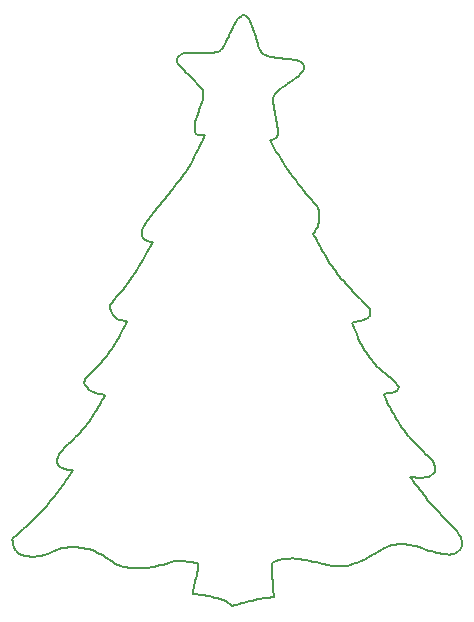
<source format=gm1>
G04 #@! TF.GenerationSoftware,KiCad,Pcbnew,(6.0.0)*
G04 #@! TF.CreationDate,2022-10-06T13:38:41+02:00*
G04 #@! TF.ProjectId,2.0,322e302e-6b69-4636-9164-5f7063625858,rev?*
G04 #@! TF.SameCoordinates,Original*
G04 #@! TF.FileFunction,Profile,NP*
%FSLAX46Y46*%
G04 Gerber Fmt 4.6, Leading zero omitted, Abs format (unit mm)*
G04 Created by KiCad (PCBNEW (6.0.0)) date 2022-10-06 13:38:41*
%MOMM*%
%LPD*%
G01*
G04 APERTURE LIST*
G04 #@! TA.AperFunction,Profile*
%ADD10C,0.200000*%
G04 #@! TD*
%ADD11C,0.200000*%
G04 APERTURE END LIST*
D10*
X174574393Y-123036137D02*
X175044637Y-122886717D01*
D11*
X183458412Y-125908802D02*
X183441305Y-125693881D01*
X183421694Y-125486084D01*
X183419712Y-125465858D01*
X176731411Y-88703088D02*
X176616149Y-88916883D01*
X176511880Y-89108167D01*
X176413917Y-89283365D01*
X176268539Y-89530050D01*
X176110978Y-89776673D01*
X175991355Y-89951761D01*
X175854599Y-90142880D01*
X175696020Y-90356454D01*
X175510932Y-90598908D01*
X175294645Y-90876664D01*
X175042473Y-91196147D01*
X174901465Y-91373543D01*
X174749728Y-91563780D01*
X174586675Y-91767661D01*
X174411720Y-91985988D01*
X174224279Y-92219564D01*
X174023764Y-92469193D01*
X173809590Y-92735677D01*
X173581171Y-93019820D01*
X177046333Y-123258800D02*
X177030992Y-123469856D01*
X177006304Y-123672437D01*
X176971046Y-123897820D01*
X176925453Y-124144628D01*
X176881695Y-124356574D01*
X176831595Y-124580645D01*
X176789931Y-124756230D01*
X197985425Y-119325916D02*
X197818687Y-119155119D01*
X197661330Y-118992590D01*
X197512509Y-118837374D01*
X197371380Y-118688517D01*
X197172261Y-118475071D01*
X196985697Y-118270573D01*
X196808840Y-118071803D01*
X196638839Y-117875544D01*
X196472845Y-117678580D01*
X196308006Y-117477691D01*
X196141474Y-117269662D01*
X195970399Y-117051273D01*
X187297358Y-93433064D02*
X187254240Y-93206724D01*
X187190417Y-93008991D01*
X187096371Y-92822080D01*
X186962584Y-92628205D01*
X186813868Y-92448490D01*
X186705927Y-92328130D01*
X183752754Y-86941247D02*
X183810091Y-86717570D01*
X183819146Y-86511983D01*
X183805513Y-86302657D01*
X183772070Y-86040916D01*
X183733291Y-85803250D01*
X183682230Y-85524704D01*
X183641124Y-85313884D01*
X183594198Y-85081278D01*
X183541307Y-84825439D01*
X177631798Y-86780020D02*
X177552845Y-86988682D01*
X177451005Y-87219007D01*
X177356160Y-87426385D01*
X177250758Y-87652192D01*
X177139543Y-87886298D01*
X177027257Y-88118572D01*
X176918644Y-88338882D01*
X176818448Y-88537097D01*
X176731411Y-88703088D01*
X191994601Y-122249333D02*
X192173326Y-122142906D01*
X192422946Y-122000063D01*
X192652823Y-121876468D01*
X192865680Y-121771102D01*
X193064239Y-121682946D01*
X193251221Y-121610980D01*
X193487230Y-121538448D01*
X193713952Y-121490470D01*
X193937839Y-121464630D01*
X194107777Y-121458325D01*
X198709028Y-122262195D02*
X198915518Y-122168605D01*
X199094331Y-122057365D01*
X199250000Y-121920154D01*
X199329046Y-121810948D01*
D10*
X183291862Y-123276686D02*
X183282451Y-123037238D01*
D11*
X171007102Y-102588920D02*
X170921594Y-102799062D01*
X170828972Y-102995286D01*
X170715784Y-103226708D01*
X170623116Y-103411837D01*
X170528240Y-103597889D01*
X170435167Y-103776771D01*
X170320808Y-103990147D01*
X170247544Y-104120841D01*
X169153543Y-108838658D02*
X169052988Y-109043265D01*
X168933931Y-109262294D01*
X168825861Y-109455128D01*
X168707322Y-109662673D01*
X168583377Y-109876140D01*
X168459092Y-110086735D01*
X168339529Y-110285667D01*
X168229753Y-110464145D01*
X168107360Y-110655100D01*
X179940581Y-126688822D02*
X180147498Y-126637075D01*
X180347621Y-126584297D01*
X180550987Y-126530035D01*
X180779211Y-126468649D01*
X180924797Y-126429264D01*
X169606541Y-101500530D02*
X169655101Y-101698193D01*
X169737011Y-101896429D01*
X169849860Y-102070153D01*
X169996534Y-102224578D01*
X170017391Y-102242784D01*
X187798996Y-96997370D02*
X187696344Y-96822944D01*
X187582040Y-96623298D01*
X187460833Y-96407286D01*
X187337472Y-96183761D01*
X187216708Y-95961576D01*
X187103289Y-95749584D01*
X187001966Y-95556640D01*
X186893893Y-95344311D01*
X186810686Y-95155208D01*
X177132783Y-84765455D02*
X177041942Y-85029383D01*
X176967948Y-85246473D01*
X176892502Y-85475012D01*
X176829728Y-85685826D01*
X176786339Y-85898572D01*
X176774664Y-86126395D01*
X176774429Y-86195305D01*
X185806595Y-81572311D02*
X185949573Y-81395570D01*
X186046320Y-81211505D01*
X186061580Y-80999350D01*
X185956286Y-80801311D01*
X185937250Y-80779548D01*
X190685236Y-100609028D02*
X190433753Y-100351503D01*
X190196626Y-100104320D01*
X189972808Y-99866170D01*
X189761255Y-99635746D01*
X189560922Y-99411741D01*
X189370764Y-99192847D01*
X189189738Y-98977756D01*
X189016797Y-98765162D01*
X188850898Y-98553756D01*
X188690995Y-98342231D01*
X188536043Y-98129280D01*
X188384999Y-97913596D01*
X188236817Y-97693870D01*
X188090452Y-97468795D01*
X187944860Y-97237064D01*
X187798996Y-96997370D01*
X190106082Y-102700283D02*
X190294627Y-102621870D01*
X190410418Y-102612711D01*
D10*
X179808464Y-126563778D02*
X179808464Y-126563778D01*
D11*
X191574864Y-101574828D02*
X191444151Y-101412540D01*
X191286853Y-101238437D01*
X191121560Y-101061307D01*
X190972064Y-100904200D01*
X190811179Y-100737693D01*
X190685236Y-100609028D01*
X196480044Y-113953996D02*
X196294585Y-113793871D01*
X196142521Y-113654773D01*
X195982676Y-113502814D01*
X195818054Y-113341077D01*
X195651659Y-113172647D01*
X195486495Y-113000606D01*
X195325564Y-112828039D01*
X195171871Y-112658031D01*
X195028420Y-112493664D01*
X194898212Y-112338024D01*
X194858273Y-112288617D01*
X177529435Y-86781766D02*
X177631798Y-86780020D01*
X177334233Y-82810000D02*
X177445863Y-82988081D01*
X177488808Y-83183692D01*
X177491312Y-83383659D01*
X183089243Y-125982753D02*
X183303187Y-125963055D01*
X183458412Y-125908802D01*
X165614904Y-121781079D02*
X165851142Y-121740416D01*
X166091519Y-121713604D01*
X166335132Y-121700430D01*
X166581077Y-121700679D01*
X166828451Y-121714138D01*
X167076351Y-121740593D01*
X167323873Y-121779831D01*
X167570113Y-121831637D01*
X167814170Y-121895799D01*
X168055138Y-121972102D01*
X168292115Y-122060334D01*
X168524197Y-122160279D01*
X168750481Y-122271726D01*
X168970063Y-122394459D01*
X169182041Y-122528265D01*
X169385511Y-122672932D01*
X167787881Y-107136039D02*
X167636809Y-107279757D01*
X167504730Y-107442815D01*
X167454839Y-107554488D01*
X195006584Y-115728987D02*
X195206660Y-115756592D01*
X195331034Y-115776747D01*
X167454839Y-107554488D02*
X167434750Y-107768017D01*
X167491739Y-107980191D01*
X167616254Y-108183020D01*
X167798740Y-108368516D01*
X167967900Y-108491457D01*
X168160264Y-108596785D01*
X168371801Y-108681128D01*
X168598481Y-108741117D01*
X168836273Y-108773382D01*
X168917310Y-108777394D01*
X196388614Y-121921144D02*
X196632549Y-121998597D01*
X196849346Y-122065506D01*
X197042448Y-122122682D01*
X197269017Y-122185173D01*
X197467757Y-122233717D01*
X197689493Y-122277704D01*
X197896463Y-122306641D01*
X198104622Y-122324276D01*
X176789931Y-124756230D02*
X176743735Y-124952802D01*
X176696871Y-125167483D01*
X176656775Y-125372448D01*
X176634138Y-125538528D01*
X179808464Y-126563720D02*
X179940581Y-126688822D01*
X193235862Y-107300948D02*
X193047794Y-107146336D01*
X192878246Y-107004421D01*
X192725118Y-106873217D01*
X192542865Y-106711508D01*
X192381099Y-106560603D01*
X192234844Y-106415795D01*
X192066261Y-106236189D01*
X191904425Y-106049561D01*
X191872013Y-106010584D01*
D10*
X166461504Y-115175384D02*
X166028791Y-115815395D01*
D11*
X170017391Y-102242784D02*
X170190220Y-102356711D01*
X170380344Y-102442342D01*
X170583397Y-102506400D01*
X170802662Y-102542841D01*
X170851659Y-102544491D01*
X190329512Y-103302818D02*
X190260475Y-103114182D01*
X190190529Y-102924438D01*
X190118991Y-102733210D01*
X190106082Y-102700283D01*
X180897662Y-76688989D02*
X180701828Y-76749974D01*
X180647983Y-76779893D01*
X191461395Y-102250089D02*
X191600983Y-102094919D01*
X191639521Y-101890976D01*
X183419712Y-125465858D02*
X183401830Y-125252484D01*
X183385229Y-125017746D01*
X183371967Y-124813383D01*
X183358389Y-124591216D01*
X183344833Y-124357060D01*
X183331641Y-124116730D01*
X183319150Y-123876043D01*
X183307702Y-123640813D01*
X183297636Y-123416856D01*
X183291862Y-123276686D01*
X178923617Y-79664963D02*
X178740670Y-79771763D01*
X178531048Y-79823699D01*
X178298163Y-79843266D01*
X178035637Y-79851374D01*
X177782764Y-79854353D01*
X177473684Y-79855604D01*
X177232748Y-79855890D01*
X199329046Y-121810948D02*
X199392197Y-121618268D01*
X199404363Y-121417963D01*
X199377126Y-121201128D01*
X199311263Y-120980233D01*
X199271405Y-120887412D01*
D10*
X176713935Y-123007195D02*
X177053172Y-123081320D01*
D11*
X180924797Y-126429264D02*
X181126769Y-126374924D01*
X181406267Y-126301424D01*
X181660027Y-126237035D01*
X181890761Y-126181199D01*
X182101186Y-126133354D01*
X182354851Y-126081025D01*
X182583670Y-126040581D01*
X182794077Y-126010693D01*
X183040998Y-125986157D01*
X183089243Y-125982753D01*
X194858273Y-112288617D02*
X194677595Y-112057874D01*
X194501926Y-111823052D01*
X194330390Y-111582751D01*
X194162114Y-111335574D01*
X194051310Y-111166278D01*
X193941307Y-110992889D01*
X193831847Y-110814995D01*
X193722671Y-110632179D01*
X193613521Y-110444029D01*
X193504136Y-110250129D01*
X193394258Y-110050065D01*
X193283629Y-109843423D01*
X193171989Y-109629789D01*
X193059080Y-109408748D01*
D10*
X172995879Y-95849763D02*
X173199375Y-95898109D01*
D11*
X184396212Y-82651698D02*
X184618696Y-82497898D01*
X184818698Y-82357899D01*
X184997535Y-82230689D01*
X185205339Y-82079228D01*
X185380985Y-81946319D01*
X185560081Y-81802628D01*
X185723709Y-81656952D01*
X185806595Y-81572311D01*
X175709667Y-122909921D02*
X175938708Y-122920307D01*
X176154352Y-122934841D01*
X176382513Y-122956410D01*
X176602918Y-122986230D01*
X176713935Y-123007195D01*
X193086791Y-108665618D02*
X193300511Y-108657614D01*
X193504589Y-108624967D01*
X193674831Y-108561618D01*
X185937250Y-80779548D02*
X185768191Y-80642970D01*
X185561959Y-80549511D01*
X185332591Y-80484384D01*
X185103675Y-80438510D01*
X184901860Y-80406748D01*
X184671629Y-80376544D01*
X184410647Y-80347262D01*
X184316416Y-80337597D01*
X172916082Y-96436575D02*
X172748951Y-96749049D01*
X172579438Y-97055480D01*
X172407136Y-97356458D01*
X172231635Y-97652573D01*
X172052526Y-97944417D01*
X171869401Y-98232578D01*
X171681851Y-98517648D01*
X171489467Y-98800216D01*
X171291840Y-99080874D01*
X171088561Y-99360212D01*
X170879223Y-99638819D01*
X170663415Y-99917287D01*
X170440729Y-100196205D01*
X170210757Y-100476164D01*
X169973089Y-100757755D01*
X169727318Y-101041568D01*
X181919127Y-78492338D02*
X181853524Y-78275073D01*
X181792207Y-78077066D01*
X181707260Y-77813972D01*
X181629362Y-77588564D01*
X181556959Y-77397456D01*
X181466278Y-77190144D01*
X181357151Y-76996053D01*
X181222886Y-76837848D01*
X181125605Y-76765108D01*
X182447773Y-79829705D02*
X182330938Y-79644829D01*
X182243526Y-79458287D01*
X182166040Y-79259382D01*
X182098542Y-79065565D01*
X182024242Y-78836092D01*
X181962997Y-78637914D01*
X181919127Y-78492338D01*
X168917310Y-108777394D02*
X169122236Y-108796227D01*
X169153543Y-108838658D01*
D10*
X177053172Y-123081320D02*
X177046333Y-123258800D01*
D11*
X191872013Y-106010584D02*
X191741020Y-105849281D01*
X191616359Y-105689940D01*
X191440433Y-105453189D01*
X191276681Y-105217212D01*
X191123857Y-104979825D01*
X190980719Y-104738846D01*
X190846020Y-104492090D01*
X190718519Y-104237376D01*
X190596969Y-103972520D01*
X190480127Y-103695338D01*
X190404234Y-103502625D01*
X190329512Y-103302818D01*
X168107360Y-110655100D02*
X167959438Y-110873752D01*
X167816688Y-111076751D01*
X167675525Y-111268264D01*
X167532363Y-111452461D01*
X167383619Y-111633512D01*
X167225705Y-111815586D01*
X167055039Y-112002853D01*
X166868034Y-112199482D01*
X166661106Y-112409642D01*
X166510316Y-112559326D01*
X166348015Y-112718112D01*
X166262217Y-112801305D01*
X175237308Y-80411310D02*
X175280385Y-80627638D01*
X175375121Y-80803820D01*
X175498263Y-80968596D01*
X175669978Y-81162379D01*
X175834238Y-81331097D01*
X176031710Y-81523242D01*
X176183055Y-81665858D01*
X176351030Y-81821143D01*
X176536384Y-81990000D01*
X195970399Y-117051273D02*
X195827146Y-116864361D01*
X195669171Y-116654502D01*
X195547413Y-116490809D01*
X195427824Y-116328543D01*
X195279483Y-116125029D01*
X195153572Y-115949538D01*
X195029981Y-115770703D01*
X195006584Y-115728987D01*
X190410418Y-102612711D02*
X190628322Y-102590098D01*
X190826070Y-102554973D01*
X191037023Y-102496212D01*
X191247213Y-102404612D01*
X191419201Y-102288017D01*
X191461395Y-102250089D01*
X186945492Y-94962118D02*
X187066640Y-94792945D01*
X187166933Y-94582075D01*
X187230479Y-94390628D01*
X187277809Y-94184957D01*
X187307649Y-93970601D01*
X187318722Y-93753099D01*
X187309755Y-93537990D01*
X187297358Y-93433064D01*
X193059080Y-109408748D02*
X192954652Y-109203296D01*
X192849097Y-108993625D01*
X192763789Y-108793916D01*
X192942492Y-108665967D01*
X193086791Y-108665618D01*
D10*
X175044637Y-122886717D02*
X175709667Y-122909921D01*
X166121332Y-115148843D02*
X166461504Y-115175384D01*
X176774429Y-86195305D02*
X176773794Y-86587623D01*
D11*
X161753508Y-122116343D02*
X161932772Y-122249874D01*
X162141486Y-122357276D01*
X162375071Y-122438445D01*
X162628948Y-122493279D01*
X162898539Y-122521673D01*
X163179265Y-122523525D01*
X163466547Y-122498732D01*
X163755808Y-122447190D01*
X164042467Y-122368797D01*
X164321948Y-122263449D01*
X164502019Y-122178192D01*
X177491312Y-83383659D02*
X177482966Y-83598887D01*
X177439775Y-83826345D01*
X177382191Y-84024427D01*
X177313402Y-84236152D01*
X177246175Y-84435191D01*
X177163846Y-84675282D01*
X177132783Y-84765455D01*
D10*
X180897673Y-76689111D02*
X180897662Y-76688989D01*
X176634138Y-125538528D02*
X176634138Y-125679297D01*
D11*
X169385511Y-122672932D02*
X169613166Y-122836940D01*
X169835150Y-122980428D01*
X170054438Y-123104359D01*
X170274010Y-123209697D01*
X170496842Y-123297404D01*
X170725913Y-123368445D01*
X170964200Y-123423782D01*
X171214682Y-123464379D01*
X171480336Y-123491200D01*
X171764140Y-123505207D01*
X171964897Y-123507903D01*
D10*
X188387036Y-123314683D02*
X189045519Y-123315741D01*
D11*
X183297299Y-87219921D02*
X183508537Y-87188124D01*
X183682504Y-87065221D01*
X183752754Y-86941247D01*
X164502019Y-122178192D02*
X164691267Y-122083569D01*
X164893491Y-121992143D01*
X165083914Y-121919377D01*
X165278775Y-121859478D01*
X165494309Y-121806651D01*
X165614904Y-121781079D01*
X179630621Y-78493912D02*
X179529112Y-78716314D01*
X179429491Y-78920087D01*
X179332690Y-79103686D01*
X179217075Y-79302459D01*
X179088639Y-79491938D01*
X178940043Y-79652778D01*
X178923617Y-79664963D01*
X166262217Y-112801305D02*
X166068189Y-112989528D01*
X165902724Y-113151542D01*
X165721776Y-113332022D01*
X165580184Y-113478467D01*
X165427309Y-113650021D01*
X165300296Y-113826634D01*
X165255026Y-113908752D01*
D10*
X183132211Y-87219921D02*
X183297299Y-87219921D01*
D11*
X186810686Y-95155208D02*
X186925026Y-94985279D01*
X186945492Y-94962118D01*
X194038738Y-108120018D02*
X193927435Y-107940502D01*
X193786928Y-107790307D01*
X193632409Y-107642667D01*
X193447563Y-107478367D01*
X193280184Y-107337311D01*
X193235862Y-107300948D01*
X181125605Y-76765108D02*
X180938545Y-76690759D01*
X180897673Y-76689111D01*
D10*
X177334233Y-82810000D02*
X176536384Y-81990000D01*
D11*
X193674831Y-108561618D02*
X193859827Y-108465294D01*
X194008581Y-108316828D01*
X194038738Y-108120018D01*
X183541307Y-84825439D02*
X183493899Y-84581976D01*
X183458403Y-84362372D01*
X183430725Y-84119861D01*
X183421528Y-83911031D01*
X183434786Y-83702081D01*
X183493488Y-83488481D01*
X194107777Y-121458325D02*
X194346313Y-121461687D01*
X194577131Y-121476351D01*
X194810743Y-121504450D01*
X195057660Y-121548118D01*
X195257902Y-121592370D01*
X195475977Y-121647478D01*
X195716317Y-121714344D01*
X195983359Y-121793868D01*
X196178410Y-121854359D01*
X196388614Y-121921144D01*
X177230768Y-86820700D02*
X177438661Y-86803491D01*
X177529435Y-86781766D01*
X170851659Y-102544491D02*
X171007102Y-102588920D01*
X177232748Y-79855890D02*
X177026094Y-79856130D01*
X176756968Y-79856972D01*
X176532223Y-79858624D01*
X176292577Y-79862539D01*
X176072059Y-79871054D01*
X175867548Y-79891903D01*
X175705330Y-79932355D01*
D10*
X176773794Y-86587623D02*
X176904099Y-86704132D01*
X176634138Y-125679297D02*
X176943386Y-125703903D01*
D11*
X170247544Y-104120841D02*
X170124445Y-104329350D01*
X169997486Y-104534909D01*
X169866619Y-104737578D01*
X169731796Y-104937416D01*
X169592968Y-105134480D01*
X169450089Y-105328831D01*
X169303110Y-105520526D01*
X169151983Y-105709626D01*
X168996659Y-105896188D01*
X168837092Y-106080273D01*
X168673233Y-106261938D01*
X168505034Y-106441243D01*
X168332447Y-106618246D01*
X168155425Y-106793008D01*
X167973919Y-106965585D01*
X167787881Y-107136039D01*
X186705927Y-92328130D02*
X186466386Y-92062270D01*
X186228797Y-91789801D01*
X185993577Y-91511308D01*
X185761144Y-91227376D01*
X185531913Y-90938590D01*
X185306304Y-90645536D01*
X185084732Y-90348799D01*
X184867615Y-90048965D01*
X184655371Y-89746618D01*
X184448417Y-89442345D01*
X184247170Y-89136730D01*
X184052047Y-88830360D01*
X183863465Y-88523818D01*
X183681843Y-88217691D01*
X183507596Y-87912565D01*
X183341144Y-87609024D01*
X176904099Y-86704132D02*
X177084952Y-86808949D01*
X177230768Y-86820700D01*
X180647983Y-76779893D02*
X180471119Y-76921413D01*
X180343049Y-77079069D01*
X180232866Y-77250398D01*
X180110987Y-77470040D01*
X180009222Y-77670992D01*
X179896493Y-77906510D01*
X179770919Y-78179761D01*
X179679139Y-78384455D01*
X179630621Y-78493912D01*
D10*
X161833184Y-120583078D02*
X161339207Y-121000768D01*
D11*
X165255026Y-113908752D02*
X165174208Y-114097609D01*
X165121546Y-114330274D01*
X165130366Y-114538936D01*
X165225391Y-114762483D01*
X165366642Y-114908676D01*
X165564126Y-115023343D01*
X165816228Y-115104170D01*
X166040175Y-115141190D01*
X166121332Y-115148843D01*
D10*
X173199375Y-95898109D02*
X172916082Y-96436575D01*
X161339207Y-121000768D02*
X161361247Y-121291836D01*
D11*
X175705330Y-79932355D02*
X175515019Y-80021482D01*
X175350091Y-80169330D01*
X175244027Y-80356214D01*
X175237308Y-80411310D01*
X198104622Y-122324276D02*
X198309734Y-122333475D01*
X198518626Y-122319577D01*
X198709028Y-122262195D01*
X183658985Y-122906113D02*
X183939905Y-122816275D01*
X184212916Y-122746974D01*
X184485148Y-122698488D01*
X184763729Y-122671093D01*
X185055789Y-122665066D01*
X185261504Y-122673055D01*
X185478490Y-122690746D01*
X185708860Y-122718220D01*
X185954726Y-122755560D01*
X186218199Y-122802847D01*
X186501394Y-122860164D01*
X186806421Y-122927593D01*
X187135393Y-123005214D01*
X187309519Y-123047874D01*
X196906328Y-114395596D02*
X196772917Y-114232087D01*
X196623839Y-114081749D01*
X196480044Y-113953996D01*
X195331034Y-115776747D02*
X195600660Y-115812784D01*
X195851571Y-115828906D01*
X196082888Y-115825883D01*
X196293728Y-115804487D01*
X196569672Y-115739633D01*
X196794595Y-115637781D01*
X196965526Y-115501537D01*
X197079495Y-115333505D01*
X197133530Y-115136291D01*
X197124661Y-114912497D01*
X197049917Y-114664731D01*
X196906328Y-114395596D01*
X189045519Y-123315741D02*
X189282280Y-123315514D01*
X189510214Y-123310086D01*
X189727062Y-123287732D01*
X189935356Y-123237841D01*
X190143096Y-123167397D01*
X190355149Y-123087622D01*
X190482208Y-123038823D01*
X173581171Y-93019820D02*
X173424600Y-93215437D01*
X173270312Y-93409812D01*
X173122271Y-93597841D01*
X172984442Y-93774421D01*
X172860790Y-93934448D01*
X172732203Y-94103430D01*
X172614551Y-94264180D01*
X166028791Y-115815395D02*
X165906824Y-115994423D01*
X165784450Y-116171307D01*
X165661650Y-116346066D01*
X165538406Y-116518721D01*
X165414699Y-116689294D01*
X165290512Y-116857805D01*
X165165825Y-117024274D01*
X165040622Y-117188722D01*
X164914883Y-117351171D01*
X164788591Y-117511639D01*
X164661726Y-117670150D01*
X164534272Y-117826722D01*
X164406209Y-117981377D01*
X164148186Y-118285018D01*
X163887510Y-118581239D01*
X163624037Y-118870204D01*
X163357620Y-119152080D01*
X163088113Y-119427033D01*
X162815370Y-119695227D01*
X162539246Y-119956829D01*
X162259594Y-120212003D01*
X161976269Y-120460917D01*
X161833184Y-120583078D01*
X176943386Y-125703903D02*
X177149536Y-125724148D01*
X177363765Y-125752368D01*
X177583567Y-125787811D01*
X177806438Y-125829724D01*
X178029873Y-125877357D01*
X178251366Y-125929957D01*
X178468414Y-125986772D01*
X178678510Y-126047052D01*
X178879151Y-126110043D01*
X179156903Y-126207971D01*
X179399289Y-126307773D01*
X179597856Y-126406912D01*
X179779837Y-126533679D01*
X179808464Y-126563778D01*
X161361247Y-121291836D02*
X161391646Y-121514340D01*
X161459996Y-121730507D01*
X161570524Y-121919323D01*
X161707027Y-122073020D01*
X161753508Y-122116343D01*
D10*
X187309519Y-123047874D02*
X188387036Y-123314683D01*
X183282451Y-123037238D02*
X183658985Y-122906113D01*
D11*
X172614551Y-94264180D02*
X172479528Y-94480861D01*
X172380708Y-94687090D01*
X172317790Y-94881612D01*
X172289226Y-95120597D01*
X172323236Y-95333567D01*
X172419106Y-95517550D01*
X172576121Y-95669572D01*
X172793567Y-95786660D01*
X172995879Y-95849763D01*
D10*
X183341144Y-87609024D02*
X183132211Y-87219921D01*
D11*
X191639521Y-101890976D02*
X191613492Y-101688682D01*
X191574864Y-101574828D01*
X183493488Y-83488481D02*
X183604668Y-83318461D01*
X183766083Y-83146867D01*
X183917008Y-83012199D01*
X184096902Y-82868114D01*
X184261248Y-82746462D01*
X184396212Y-82651698D01*
D10*
X169557961Y-101234775D02*
X169606541Y-101500530D01*
D11*
X171964897Y-123507903D02*
X172197164Y-123504837D01*
X172422640Y-123494950D01*
X172644561Y-123477657D01*
X172866164Y-123452368D01*
X173090686Y-123418498D01*
X173321366Y-123375460D01*
X173561439Y-123322666D01*
X173814143Y-123259529D01*
X174082716Y-123185463D01*
X174370394Y-123099880D01*
X174574393Y-123036137D01*
X190482208Y-123038823D02*
X190676629Y-122959830D01*
X190876057Y-122869889D01*
X191087656Y-122765261D01*
X191270513Y-122668472D01*
X191469414Y-122557977D01*
X191688026Y-122431861D01*
X191867128Y-122325871D01*
X191994601Y-122249333D01*
X184316416Y-80337597D02*
X184091149Y-80314110D01*
X183884739Y-80290717D01*
X183608420Y-80255241D01*
X183369233Y-80218536D01*
X183164000Y-80179737D01*
X182937684Y-80123256D01*
X182720263Y-80042146D01*
X182535969Y-79924123D01*
X182447773Y-79829705D01*
D10*
X169727318Y-101041568D02*
X169557961Y-101234775D01*
D11*
X199271405Y-120887412D02*
X199177985Y-120702897D01*
X199071898Y-120529329D01*
X198934630Y-120344228D01*
X198789924Y-120172734D01*
X198654822Y-120022903D01*
X198492499Y-119849496D01*
X198298956Y-119647656D01*
X198150609Y-119494903D01*
X197985425Y-119325916D01*
M02*

</source>
